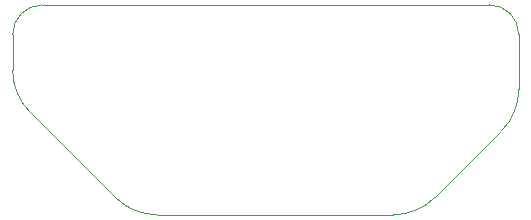
<source format=gm1>
G04 --- HEADER BEGIN --- *
G04 #@! TF.GenerationSoftware,LibrePCB,LibrePCB,1.1.0*
G04 #@! TF.CreationDate,2024-04-23T21:30:37*
G04 #@! TF.ProjectId,interfaceboard,7d1f5418-6340-4453-96b2-d8471fb3e645,version_1*
G04 #@! TF.Part,Single*
G04 #@! TF.SameCoordinates*
G04 #@! TF.FileFunction,Profile,NP*
%FSLAX66Y66*%
%MOMM*%
G01*
G75*
G04 --- HEADER END --- *
G04 --- APERTURE LIST BEGIN --- *
G04 #@! TA.AperFunction,Profile*
%ADD10C,0.001*%
G04 #@! TD*
G04 --- APERTURE LIST END --- *
G04 --- BOARD BEGIN --- *
D10*
X59360000Y54640000D02*
G03*
X56860000Y57140000I-2500000J0D01*
G01*
X19010000Y57140000D01*
G03*
X16510000Y54640000I0J-2500000D01*
G01*
X16510000Y51601069D01*
G03*
X17974466Y48065534I5000001J-1D01*
G01*
X25205534Y40834466D01*
G03*
X28741069Y39370000I3535534J3535535D01*
G01*
X48728931Y39370000D01*
G03*
X52264466Y40834466I1J5000001D01*
G01*
X57895534Y46465534D01*
G03*
X59360000Y50001069I-3535535J3535534D01*
G01*
X59360000Y54640000D01*
G04 --- BOARD END --- *
G04 #@! TF.MD5,6a3652ace2099ca94ce120f6722f31c9*
M02*

</source>
